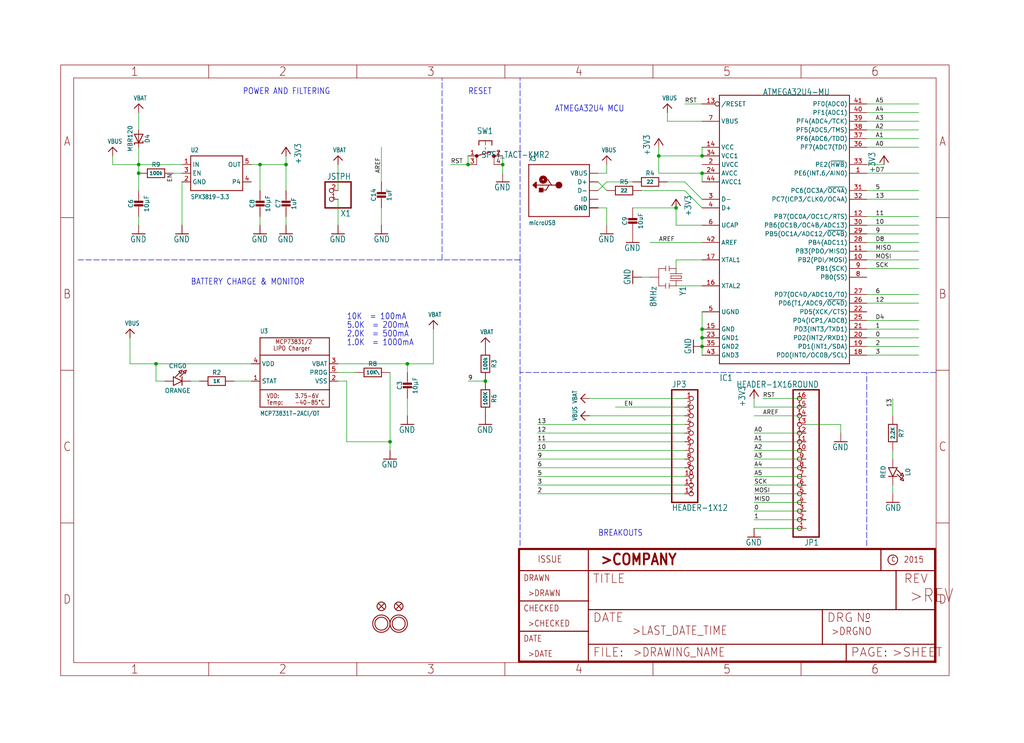
<source format=kicad_sch>
(kicad_sch (version 20211123) (generator eeschema)
  (paper "User" 300.076 217.881)
  (lib_symbols
    (symbol "eagleSchem-eagle-import:+3V3" (power)
      (property "Value" "+3V3" (at -2.54 -5.08 90))
      (symbol "+3V3_1_0"
        (pin power_in line (at 0 -2.54 90) (length 2.54) (name "+3V3") (number "1"))
      )
    )
    (symbol "eagleSchem-eagle-import:ATMEGA32U4-MU"
      (property "Reference" "IC" (at -17.78 -38.1 0))
      (property "Value" "ATMEGA32U4-MU" (at -5.08 45.72 0))
      (symbol "ATMEGA32U4-MU_1_0"
        (pin bidirectional line (at 25.4 22.86 180) (length 5.08) (name "PE6(INT.6/AIN0)") (number "1"))
        (pin bidirectional line (at 25.4 -2.54 180) (length 5.08) (name "PB2(PDI/MOSI)") (number "10"))
        (pin bidirectional line (at 25.4 0 180) (length 5.08) (name "PB3(PDO/MISO)") (number "11"))
        (pin bidirectional line (at 25.4 10.16 180) (length 5.08) (name "PB7(OC0A/OC1C/RTS)") (number "12"))
        (pin bidirectional inverted (at -22.86 43.18 0) (length 5.08) (name "/RESET") (number "13"))
        (pin bidirectional line (at -22.86 30.48 0) (length 5.08) (name "VCC") (number "14"))
        (pin bidirectional line (at -22.86 -22.86 0) (length 5.08) (name "GND") (number "15"))
        (pin bidirectional line (at -22.86 -10.16 0) (length 5.08) (name "XTAL2") (number "16"))
        (pin bidirectional line (at -22.86 -2.54 0) (length 5.08) (name "XTAL1") (number "17"))
        (pin bidirectional line (at 25.4 -30.48 180) (length 5.08) (name "PD0(INT0/OC0B/SCL)") (number "18"))
        (pin bidirectional line (at 25.4 -27.94 180) (length 5.08) (name "PD1(INT1/SDA)") (number "19"))
        (pin bidirectional line (at -22.86 25.4 0) (length 5.08) (name "UVCC") (number "2"))
        (pin bidirectional line (at 25.4 -25.4 180) (length 5.08) (name "PD2(INT2/RXD1)") (number "20"))
        (pin bidirectional line (at 25.4 -22.86 180) (length 5.08) (name "PD3(INT3/TXD1)") (number "21"))
        (pin bidirectional line (at 25.4 -17.78 180) (length 5.08) (name "PD5(XCK/CTS)") (number "22"))
        (pin bidirectional line (at -22.86 -25.4 0) (length 5.08) (name "GND1") (number "23"))
        (pin bidirectional line (at -22.86 22.86 0) (length 5.08) (name "AVCC") (number "24"))
        (pin bidirectional line (at 25.4 -20.32 180) (length 5.08) (name "PD4(ICP1/ADC8)") (number "25"))
        (pin bidirectional line (at 25.4 -15.24 180) (length 5.08) (name "PD6(T1/ADC9/~{OC4D})") (number "26"))
        (pin bidirectional line (at 25.4 -12.7 180) (length 5.08) (name "PD7(OC4D/ADC10/T0)") (number "27"))
        (pin bidirectional line (at 25.4 2.54 180) (length 5.08) (name "PB4(ADC11)") (number "28"))
        (pin bidirectional line (at 25.4 5.08 180) (length 5.08) (name "PB5(OC1A/ADC12/~{OC4B})") (number "29"))
        (pin bidirectional line (at -22.86 15.24 0) (length 5.08) (name "D-") (number "3"))
        (pin bidirectional line (at 25.4 7.62 180) (length 5.08) (name "PB6(OC1B/OC4B/ADC13)") (number "30"))
        (pin bidirectional line (at 25.4 17.78 180) (length 5.08) (name "PC6(OC3A/~{OC4A})") (number "31"))
        (pin bidirectional line (at 25.4 15.24 180) (length 5.08) (name "PC7(ICP3/CLK0/OC4A)") (number "32"))
        (pin bidirectional line (at 25.4 25.4 180) (length 5.08) (name "PE2(~{HWB})") (number "33"))
        (pin bidirectional line (at -22.86 27.94 0) (length 5.08) (name "VCC1") (number "34"))
        (pin bidirectional line (at -22.86 -27.94 0) (length 5.08) (name "GND2") (number "35"))
        (pin bidirectional line (at 25.4 30.48 180) (length 5.08) (name "PF7(ADC7(TDI)") (number "36"))
        (pin bidirectional line (at 25.4 33.02 180) (length 5.08) (name "PF6(ADC6/TDO)") (number "37"))
        (pin bidirectional line (at 25.4 35.56 180) (length 5.08) (name "PF5(ADC5/TMS)") (number "38"))
        (pin bidirectional line (at 25.4 38.1 180) (length 5.08) (name "PF4(ADC4/TCK)") (number "39"))
        (pin bidirectional line (at -22.86 12.7 0) (length 5.08) (name "D+") (number "4"))
        (pin bidirectional line (at 25.4 40.64 180) (length 5.08) (name "PF1(ADC1)") (number "40"))
        (pin bidirectional line (at 25.4 43.18 180) (length 5.08) (name "PF0(ADC0)") (number "41"))
        (pin bidirectional line (at -22.86 2.54 0) (length 5.08) (name "AREF") (number "42"))
        (pin bidirectional line (at -22.86 -30.48 0) (length 5.08) (name "GND3") (number "43"))
        (pin bidirectional line (at -22.86 20.32 0) (length 5.08) (name "AVCC1") (number "44"))
        (pin bidirectional line (at -22.86 -17.78 0) (length 5.08) (name "UGND") (number "5"))
        (pin bidirectional line (at -22.86 7.62 0) (length 5.08) (name "UCAP") (number "6"))
        (pin bidirectional line (at -22.86 38.1 0) (length 5.08) (name "VBUS") (number "7"))
        (pin bidirectional line (at 25.4 -7.62 180) (length 5.08) (name "PB0(SS)") (number "8"))
        (pin bidirectional line (at 25.4 -5.08 180) (length 5.08) (name "PB1(SCK)") (number "9"))
      )
    )
    (symbol "eagleSchem-eagle-import:CAP_CERAMIC0603_NO"
      (property "Reference" "C" (at -2.29 1.25 90))
      (property "Value" "CAP_CERAMIC0603_NO" (at 2.3 1.25 90))
      (symbol "CAP_CERAMIC0603_NO_1_0"
        (pin passive line (at 0 5.08 270) (length 2.54) (name "1") (number "1"))
        (pin passive line (at 0 -2.54 90) (length 2.54) (name "2") (number "2"))
      )
    )
    (symbol "eagleSchem-eagle-import:CAP_CERAMIC0805-NOOUTLINE"
      (property "Reference" "C" (at -2.29 1.25 90))
      (property "Value" "CAP_CERAMIC0805-NOOUTLINE" (at 2.3 1.25 90))
      (symbol "CAP_CERAMIC0805-NOOUTLINE_1_0"
        (pin passive line (at 0 5.08 270) (length 2.54) (name "1") (number "1"))
        (pin passive line (at 0 -2.54 90) (length 2.54) (name "2") (number "2"))
      )
    )
    (symbol "eagleSchem-eagle-import:CON_JST_PH_2PIN"
      (property "Reference" "X" (at -6.35 5.715 0))
      (property "Value" "CON_JST_PH_2PIN" (at -6.35 -5.08 0))
      (symbol "CON_JST_PH_2PIN_1_0"
        (pin passive inverted (at -2.54 2.54 0) (length 2.54) (name "1") (number "1"))
        (pin passive inverted (at -2.54 0 0) (length 2.54) (name "2") (number "2"))
      )
    )
    (symbol "eagleSchem-eagle-import:DIODE-SCHOTTKYSOD-123"
      (property "Reference" "D" (at 0 2.54 0))
      (property "Value" "DIODE-SCHOTTKYSOD-123" (at 0 -2.5 0))
      (symbol "DIODE-SCHOTTKYSOD-123_1_0"
        (pin passive line (at -2.54 0 0) (length 2.54) (name "A") (number "A"))
        (pin passive line (at 2.54 0 180) (length 2.54) (name "C") (number "C"))
      )
    )
    (symbol "eagleSchem-eagle-import:FIDUCIAL{dblquote}{dblquote}")
    (symbol "eagleSchem-eagle-import:FRAME_A4"
      (symbol "FRAME_A4_1_0"
        (text "1" (at 21.6958 1.905 0) (effects (font (size 2.54 2.286))))
        (text "1" (at 21.6958 177.165 0) (effects (font (size 2.54 2.286))))
        (text "2" (at 65.0875 1.905 0) (effects (font (size 2.54 2.286))))
        (text "2" (at 65.0875 177.165 0) (effects (font (size 2.54 2.286))))
        (text "3" (at 108.4792 1.905 0) (effects (font (size 2.54 2.286))))
        (text "3" (at 108.4792 177.165 0) (effects (font (size 2.54 2.286))))
        (text "4" (at 151.8708 1.905 0) (effects (font (size 2.54 2.286))))
        (text "4" (at 151.8708 177.165 0) (effects (font (size 2.54 2.286))))
        (text "5" (at 195.2625 1.905 0) (effects (font (size 2.54 2.286))))
        (text "5" (at 195.2625 177.165 0) (effects (font (size 2.54 2.286))))
        (text "6" (at 238.6542 1.905 0) (effects (font (size 2.54 2.286))))
        (text "6" (at 238.6542 177.165 0) (effects (font (size 2.54 2.286))))
        (text "A" (at 1.905 156.6863 0) (effects (font (size 2.54 2.286))))
        (text "A" (at 258.445 156.6863 0) (effects (font (size 2.54 2.286))))
        (text "B" (at 1.905 111.9188 0) (effects (font (size 2.54 2.286))))
        (text "B" (at 258.445 111.9188 0) (effects (font (size 2.54 2.286))))
        (text "C" (at 1.905 67.1513 0) (effects (font (size 2.54 2.286))))
        (text "C" (at 258.445 67.1513 0) (effects (font (size 2.54 2.286))))
        (text "D" (at 1.905 22.3838 0) (effects (font (size 2.54 2.286))))
        (text "D" (at 258.445 22.3838 0) (effects (font (size 2.54 2.286))))
      )
      (symbol "FRAME_A4_2_0"
        (text "2015" (at 112.4077 30.4673 0) (effects (font (size 1.778 1.5113)) (justify left bottom)))
        (text ">CHECKED" (at 2.2352 11.7348 0) (effects (font (size 1.778 1.5113)) (justify left bottom)))
        (text ">COMPANY" (at 23.349 29.6735 0) (effects (font (size 3.175 2.6987) (thickness 0.5397) bold) (justify left bottom)))
        (text ">DATE" (at 2.2352 2.8448 0) (effects (font (size 1.778 1.5113)) (justify left bottom)))
        (text ">DRAWING_NAME" (at 33.0327 2.8448 0) (effects (font (size 2.54 2.159)) (justify left bottom)))
        (text ">DRAWN" (at 2.2352 20.6248 0) (effects (font (size 1.778 1.5113)) (justify left bottom)))
        (text ">DRGNO" (at 91.1352 9.1948 0) (effects (font (size 2.1844 1.8567)) (justify left bottom)))
        (text ">LAST_DATE_TIME" (at 32.7152 9.1948 0) (effects (font (size 2.54 2.159)) (justify left bottom)))
        (text ">REV" (at 113.9952 18.7198 0) (effects (font (size 3.81 3.2385)) (justify left bottom)))
        (text ">SHEET" (at 108.9152 2.8448 0) (effects (font (size 2.54 2.54)) (justify left bottom)))
        (text "C" (at 108.7564 30.7848 0) (effects (font (size 1.27 1.0795)) (justify left bottom)))
        (text "CHECKED" (at 0.9652 16.1798 0) (effects (font (size 1.778 1.5113)) (justify left bottom)))
        (text "DATE" (at 0.9652 7.2898 0) (effects (font (size 1.778 1.5113)) (justify left bottom)))
        (text "DATE" (at 21.2852 13.0048 0) (effects (font (size 2.54 2.54)) (justify left bottom)))
        (text "DRAWN" (at 0.9652 25.0698 0) (effects (font (size 1.778 1.5113)) (justify left bottom)))
        (text "DRG" (at 89.8652 13.0048 0) (effects (font (size 2.54 2.54)) (justify left bottom)))
        (text "FILE:" (at 21.2852 2.8448 0) (effects (font (size 2.54 2.54)) (justify left bottom)))
        (text "ISSUE" (at 5.0927 30.4673 0) (effects (font (size 1.9304 1.6408)) (justify left bottom)))
        (text "N" (at 98.4377 13.0048 0) (effects (font (size 2.54 2.54)) (justify left bottom)))
        (text "o" (at 100.9777 13.9573 0) (effects (font (size 2.1844 1.8567)) (justify left bottom)))
        (text "PAGE:" (at 96.8502 2.8448 0) (effects (font (size 2.54 2.54)) (justify left bottom)))
        (text "REV" (at 112.4077 24.4348 0) (effects (font (size 2.54 2.54)) (justify left bottom)))
        (text "TITLE" (at 21.2852 24.4348 0) (effects (font (size 2.54 2.54)) (justify left bottom)))
      )
    )
    (symbol "eagleSchem-eagle-import:GND" (power)
      (property "Value" "GND" (at -2.54 -2.54 0))
      (symbol "GND_1_0"
        (pin power_in line (at 0 2.54 270) (length 2.54) (name "GND") (number "1"))
      )
    )
    (symbol "eagleSchem-eagle-import:HEADER-1X12"
      (property "Reference" "JP" (at -6.35 18.415 0))
      (property "Value" "HEADER-1X12" (at -6.35 -17.78 0))
      (symbol "HEADER-1X12_1_0"
        (pin passive inverted (at -2.54 15.24 0) (length 2.54) (name "1") (number "1"))
        (pin passive inverted (at -2.54 -7.62 0) (length 2.54) (name "10") (number "10"))
        (pin passive inverted (at -2.54 -10.16 0) (length 2.54) (name "11") (number "11"))
        (pin passive inverted (at -2.54 -12.7 0) (length 2.54) (name "12") (number "12"))
        (pin passive inverted (at -2.54 12.7 0) (length 2.54) (name "2") (number "2"))
        (pin passive inverted (at -2.54 10.16 0) (length 2.54) (name "3") (number "3"))
        (pin passive inverted (at -2.54 7.62 0) (length 2.54) (name "4") (number "4"))
        (pin passive inverted (at -2.54 5.08 0) (length 2.54) (name "5") (number "5"))
        (pin passive inverted (at -2.54 2.54 0) (length 2.54) (name "6") (number "6"))
        (pin passive inverted (at -2.54 0 0) (length 2.54) (name "7") (number "7"))
        (pin passive inverted (at -2.54 -2.54 0) (length 2.54) (name "8") (number "8"))
        (pin passive inverted (at -2.54 -5.08 0) (length 2.54) (name "9") (number "9"))
      )
    )
    (symbol "eagleSchem-eagle-import:HEADER-1X16ROUND"
      (property "Reference" "JP" (at -6.35 20.955 0))
      (property "Value" "HEADER-1X16ROUND" (at -6.35 -25.4 0))
      (symbol "HEADER-1X16ROUND_1_0"
        (pin passive inverted (at -2.54 17.78 0) (length 2.54) (name "1") (number "1"))
        (pin passive inverted (at -2.54 -5.08 0) (length 2.54) (name "10") (number "10"))
        (pin passive inverted (at -2.54 -7.62 0) (length 2.54) (name "11") (number "11"))
        (pin passive inverted (at -2.54 -10.16 0) (length 2.54) (name "12") (number "12"))
        (pin passive inverted (at -2.54 -12.7 0) (length 2.54) (name "13") (number "13"))
        (pin passive inverted (at -2.54 -15.24 0) (length 2.54) (name "14") (number "14"))
        (pin passive inverted (at -2.54 -17.78 0) (length 2.54) (name "15") (number "15"))
        (pin passive inverted (at -2.54 -20.32 0) (length 2.54) (name "16") (number "16"))
        (pin passive inverted (at -2.54 15.24 0) (length 2.54) (name "2") (number "2"))
        (pin passive inverted (at -2.54 12.7 0) (length 2.54) (name "3") (number "3"))
        (pin passive inverted (at -2.54 10.16 0) (length 2.54) (name "4") (number "4"))
        (pin passive inverted (at -2.54 7.62 0) (length 2.54) (name "5") (number "5"))
        (pin passive inverted (at -2.54 5.08 0) (length 2.54) (name "6") (number "6"))
        (pin passive inverted (at -2.54 2.54 0) (length 2.54) (name "7") (number "7"))
        (pin passive inverted (at -2.54 0 0) (length 2.54) (name "8") (number "8"))
        (pin passive inverted (at -2.54 -2.54 0) (length 2.54) (name "9") (number "9"))
      )
    )
    (symbol "eagleSchem-eagle-import:LED0805_NOOUTLINE"
      (property "Reference" "D" (at -1.27 4.445 0))
      (property "Value" "LED0805_NOOUTLINE" (at -1.27 -2.794 0))
      (symbol "LED0805_NOOUTLINE_1_0"
        (pin passive line (at -5.08 0 0) (length 2.54) (name "A") (number "A"))
        (pin passive line (at 2.54 0 180) (length 2.54) (name "C") (number "C"))
      )
    )
    (symbol "eagleSchem-eagle-import:MCP73831{slash}2"
      (property "Reference" "U" (at -10.16 11.43 0))
      (property "Value" "MCP73831{slash}2" (at -10.16 -12.7 0))
      (symbol "MCP73831{slash}2_1_0"
        (text "-40-85°C" (at 0 -9.525 0) (effects (font (size 1.27 1.0795)) (justify left bottom)))
        (text "3.75-6V" (at 0 -7.62 0) (effects (font (size 1.27 1.0795)) (justify left bottom)))
        (text "LIPO Charger" (at -6.35 6.35 0) (effects (font (size 1.27 1.0795)) (justify left bottom)))
        (text "MCP73831/2" (at -5.715 8.255 0) (effects (font (size 1.27 1.0795)) (justify left bottom)))
        (text "Temp:" (at -8.255 -9.525 0) (effects (font (size 1.27 1.0795)) (justify left bottom)))
        (text "VDD:" (at -8.255 -7.62 0) (effects (font (size 1.27 1.0795)) (justify left bottom)))
        (pin output line (at -12.7 -2.54 0) (length 2.54) (name "STAT") (number "1"))
        (pin power_in line (at 12.7 -2.54 180) (length 2.54) (name "VSS") (number "2"))
        (pin power_in line (at 12.7 2.54 180) (length 2.54) (name "VBAT") (number "3"))
        (pin power_in line (at -12.7 2.54 0) (length 2.54) (name "VDD") (number "4"))
        (pin input line (at 12.7 0 180) (length 2.54) (name "PROG") (number "5"))
      )
    )
    (symbol "eagleSchem-eagle-import:MOUNTINGHOLE2.5")
    (symbol "eagleSchem-eagle-import:RESISTOR_0603MP"
      (property "Reference" "R" (at 0 2.54 0))
      (property "Value" "RESISTOR_0603MP" (at 0 0 0))
      (symbol "RESISTOR_0603MP_1_0"
        (pin passive line (at -5.08 0 0) (length 2.54) (name "1") (number "1"))
        (pin passive line (at 5.08 0 180) (length 2.54) (name "2") (number "2"))
      )
    )
    (symbol "eagleSchem-eagle-import:RESISTOR_0603_NOOUT"
      (property "Reference" "R" (at 0 2.54 0))
      (property "Value" "RESISTOR_0603_NOOUT" (at 0 0 0))
      (symbol "RESISTOR_0603_NOOUT_1_0"
        (pin passive line (at -5.08 0 0) (length 2.54) (name "1") (number "1"))
        (pin passive line (at 5.08 0 180) (length 2.54) (name "2") (number "2"))
      )
    )
    (symbol "eagleSchem-eagle-import:RESONATORSMD"
      (property "Reference" "Y" (at 2.54 1.016 0))
      (property "Value" "RESONATORSMD" (at 2.54 -7.62 0))
      (symbol "RESONATORSMD_1_0"
        (pin passive line (at -2.54 0 0) (length 0) (name "1") (number "1"))
        (pin passive line (at 0 -7.62 90) (length 0) (name "2") (number "2"))
        (pin passive line (at 2.54 0 180) (length 0) (name "3") (number "3"))
      )
    )
    (symbol "eagleSchem-eagle-import:SPST_TACT-KMR2"
      (property "Reference" "SW" (at -6.35 -2.54 90))
      (property "Value" "SPST_TACT-KMR2" (at -3.81 3.175 90))
      (symbol "SPST_TACT-KMR2_1_0"
        (pin passive line (at 0 -5.08 90) (length 2.54) (name "P") (number "1"))
        (pin passive line (at 0 5.08 270) (length 2.54) (name "S") (number "2"))
        (pin passive line (at 2.54 -5.08 90) (length 2.54) (name "P1") (number "3"))
        (pin passive line (at 2.54 5.08 270) (length 2.54) (name "S1") (number "4"))
      )
    )
    (symbol "eagleSchem-eagle-import:USB_MICRO_20329_V2"
      (property "Reference" "X" (at -10.16 8.636 0))
      (property "Value" "USB_MICRO_20329_V2" (at -10.16 -10.16 0))
      (symbol "USB_MICRO_20329_V2_1_0"
        (pin power_in line (at 10.16 -5.08 180) (length 2.54) (name "GND") (number "BASE@1"))
        (pin power_in line (at 10.16 -5.08 180) (length 2.54) (name "GND") (number "BASE@2"))
        (pin bidirectional line (at 10.16 2.54 180) (length 2.54) (name "D+") (number "D+"))
        (pin bidirectional line (at 10.16 0 180) (length 2.54) (name "D-") (number "D-"))
        (pin power_in line (at 10.16 -5.08 180) (length 2.54) (name "GND") (number "GND"))
        (pin bidirectional line (at 10.16 -2.54 180) (length 2.54) (name "ID") (number "ID"))
        (pin power_in line (at 10.16 -5.08 180) (length 2.54) (name "GND") (number "SPRT@1"))
        (pin power_in line (at 10.16 -5.08 180) (length 2.54) (name "GND") (number "SPRT@2"))
        (pin power_in line (at 10.16 -5.08 180) (length 2.54) (name "GND") (number "SPRT@3"))
        (pin power_in line (at 10.16 -5.08 180) (length 2.54) (name "GND") (number "SPRT@4"))
        (pin power_in line (at 10.16 5.08 180) (length 2.54) (name "VBUS") (number "VBUS"))
      )
    )
    (symbol "eagleSchem-eagle-import:VBAT" (power)
      (property "Value" "VBAT" (at -1.524 1.016 0))
      (symbol "VBAT_1_0"
        (pin power_in line (at 0 -2.54 90) (length 2.54) (name "VBAT") (number "1"))
      )
    )
    (symbol "eagleSchem-eagle-import:VBUS" (power)
      (property "Value" "VBUS" (at -1.524 1.016 0))
      (symbol "VBUS_1_0"
        (pin power_in line (at 0 -2.54 90) (length 2.54) (name "VBUS") (number "1"))
      )
    )
    (symbol "eagleSchem-eagle-import:VREG_SOT23-5"
      (property "Reference" "U" (at -7.62 6.096 0))
      (property "Value" "VREG_SOT23-5" (at -7.62 -7.62 0))
      (symbol "VREG_SOT23-5_1_0"
        (pin power_in line (at -10.16 2.54 0) (length 2.54) (name "IN") (number "1"))
        (pin power_in line (at -10.16 -2.54 0) (length 2.54) (name "GND") (number "2"))
        (pin input line (at -10.16 0 0) (length 2.54) (name "EN") (number "3"))
        (pin bidirectional line (at 10.16 -2.54 180) (length 2.54) (name "P4") (number "4"))
        (pin power_in line (at 10.16 2.54 180) (length 2.54) (name "OUT") (number "5"))
      )
    )
  )
  (junction (at 205.74 99.06))
  (junction (at 83.82 48.26))
  (junction (at 40.64 50.8))
  (junction (at 205.74 96.52))
  (junction (at 198.12 60.96))
  (junction (at 205.74 101.6))
  (junction (at 40.64 48.26))
  (junction (at 147.32 48.26))
  (junction (at 205.74 50.8))
  (junction (at 114.3 129.54))
  (junction (at 137.16 48.26))
  (junction (at 45.72 106.68))
  (junction (at 76.2 48.26))
  (junction (at 193.04 45.72))
  (junction (at 142.24 111.76))
  (junction (at 119.38 106.68))
  (junction (at 205.74 45.72))
  (wire (pts (xy 99.06 48.26) (xy 99.06 55.88)))
  (wire (pts (xy 236.22 124.46) (xy 246.38 124.46)))
  (wire (pts (xy 101.6 111.76) (xy 101.6 129.54)))
  (wire (pts (xy 99.06 109.22) (xy 104.14 109.22)))
  (wire (pts (xy 254 63.5) (xy 269.24 63.5)))
  (wire (pts (xy 76.2 55.88) (xy 76.2 48.26)))
  (wire (pts (xy 45.72 106.68) (xy 73.66 106.68)))
  (wire (pts (xy 119.38 109.22) (xy 119.38 106.68)))
  (wire (pts (xy 200.66 134.62) (xy 157.48 134.62)))
  (wire (pts (xy 205.74 96.52) (xy 205.74 99.06)))
  (wire (pts (xy 261.62 132.08) (xy 261.62 134.62)))
  (polyline (pts (xy 152.4 109.22) (xy 152.4 76.2)))
  (wire (pts (xy 119.38 116.84) (xy 119.38 121.92)))
  (wire (pts (xy 40.64 38.1) (xy 40.64 33.02)))
  (wire (pts (xy 190.5 71.12) (xy 205.74 71.12)))
  (wire (pts (xy 254 50.8) (xy 269.24 50.8)))
  (wire (pts (xy 236.22 144.78) (xy 220.98 144.78)))
  (wire (pts (xy 157.48 132.08) (xy 200.66 132.08)))
  (wire (pts (xy 205.74 99.06) (xy 205.74 101.6)))
  (wire (pts (xy 175.26 50.8) (xy 177.8 50.8)))
  (wire (pts (xy 254 55.88) (xy 269.24 55.88)))
  (wire (pts (xy 200.66 55.88) (xy 205.74 60.96)))
  (polyline (pts (xy 22.86 76.2) (xy 129.54 76.2)))
  (wire (pts (xy 254 35.56) (xy 269.24 35.56)))
  (wire (pts (xy 193.04 45.72) (xy 205.74 45.72)))
  (wire (pts (xy 220.98 152.4) (xy 236.22 152.4)))
  (wire (pts (xy 38.1 106.68) (xy 45.72 106.68)))
  (wire (pts (xy 254 40.64) (xy 269.24 40.64)))
  (wire (pts (xy 111.76 53.34) (xy 111.76 43.18)))
  (wire (pts (xy 254 33.02) (xy 269.24 33.02)))
  (wire (pts (xy 142.24 111.76) (xy 137.16 111.76)))
  (wire (pts (xy 175.26 53.34) (xy 177.8 55.88)))
  (wire (pts (xy 205.74 66.04) (xy 198.12 66.04)))
  (wire (pts (xy 205.74 50.8) (xy 193.04 50.8)))
  (wire (pts (xy 200.66 129.54) (xy 157.48 129.54)))
  (wire (pts (xy 254 104.14) (xy 269.24 104.14)))
  (wire (pts (xy 177.8 53.34) (xy 185.42 53.34)))
  (wire (pts (xy 220.98 129.54) (xy 236.22 129.54)))
  (wire (pts (xy 254 76.2) (xy 269.24 76.2)))
  (wire (pts (xy 205.74 101.6) (xy 205.74 104.14)))
  (wire (pts (xy 200.66 121.92) (xy 172.72 121.92)))
  (wire (pts (xy 99.06 66.04) (xy 99.06 58.42)))
  (wire (pts (xy 177.8 60.96) (xy 177.8 66.04)))
  (wire (pts (xy 254 96.52) (xy 269.24 96.52)))
  (wire (pts (xy 254 78.74) (xy 269.24 78.74)))
  (wire (pts (xy 236.22 127) (xy 220.98 127)))
  (wire (pts (xy 76.2 63.5) (xy 76.2 66.04)))
  (wire (pts (xy 33.02 45.72) (xy 33.02 48.26)))
  (wire (pts (xy 236.22 137.16) (xy 220.98 137.16)))
  (polyline (pts (xy 152.4 160.02) (xy 152.4 109.22)))
  (wire (pts (xy 38.1 99.06) (xy 38.1 106.68)))
  (wire (pts (xy 205.74 35.56) (xy 195.58 35.56)))
  (wire (pts (xy 175.26 55.88) (xy 177.8 53.34)))
  (wire (pts (xy 205.74 53.34) (xy 205.74 50.8)))
  (wire (pts (xy 254 101.6) (xy 269.24 101.6)))
  (wire (pts (xy 200.66 124.46) (xy 157.48 124.46)))
  (wire (pts (xy 254 73.66) (xy 269.24 73.66)))
  (wire (pts (xy 254 86.36) (xy 269.24 86.36)))
  (wire (pts (xy 114.3 109.22) (xy 114.3 129.54)))
  (wire (pts (xy 254 48.26) (xy 259.08 48.26)))
  (wire (pts (xy 83.82 48.26) (xy 83.82 45.72)))
  (wire (pts (xy 200.66 139.7) (xy 157.48 139.7)))
  (wire (pts (xy 187.96 81.28) (xy 190.5 81.28)))
  (wire (pts (xy 114.3 129.54) (xy 114.3 132.08)))
  (wire (pts (xy 101.6 129.54) (xy 114.3 129.54)))
  (polyline (pts (xy 152.4 76.2) (xy 152.4 22.86)))
  (wire (pts (xy 198.12 66.04) (xy 198.12 60.96)))
  (wire (pts (xy 180.34 119.38) (xy 200.66 119.38)))
  (wire (pts (xy 172.72 116.84) (xy 200.66 116.84)))
  (wire (pts (xy 132.08 48.26) (xy 137.16 48.26)))
  (polyline (pts (xy 274.32 109.22) (xy 254 109.22)))
  (wire (pts (xy 269.24 99.06) (xy 254 99.06)))
  (wire (pts (xy 236.22 121.92) (xy 220.98 121.92)))
  (wire (pts (xy 99.06 111.76) (xy 101.6 111.76)))
  (wire (pts (xy 220.98 139.7) (xy 236.22 139.7)))
  (wire (pts (xy 261.62 121.92) (xy 261.62 116.84)))
  (wire (pts (xy 48.26 111.76) (xy 45.72 111.76)))
  (wire (pts (xy 220.98 134.62) (xy 236.22 134.62)))
  (wire (pts (xy 220.98 147.32) (xy 236.22 147.32)))
  (wire (pts (xy 205.74 91.44) (xy 205.74 96.52)))
  (wire (pts (xy 254 58.42) (xy 269.24 58.42)))
  (wire (pts (xy 200.66 53.34) (xy 205.74 58.42)))
  (wire (pts (xy 236.22 142.24) (xy 220.98 142.24)))
  (wire (pts (xy 246.38 124.46) (xy 246.38 127)))
  (wire (pts (xy 157.48 127) (xy 200.66 127)))
  (wire (pts (xy 119.38 106.68) (xy 127 106.68)))
  (wire (pts (xy 220.98 116.84) (xy 220.98 119.38)))
  (wire (pts (xy 187.96 55.88) (xy 200.66 55.88)))
  (wire (pts (xy 195.58 53.34) (xy 200.66 53.34)))
  (wire (pts (xy 193.04 50.8) (xy 193.04 45.72)))
  (wire (pts (xy 205.74 30.48) (xy 200.66 30.48)))
  (polyline (pts (xy 254 109.22) (xy 152.4 109.22)))
  (wire (pts (xy 83.82 63.5) (xy 83.82 66.04)))
  (wire (pts (xy 195.58 35.56) (xy 195.58 33.02)))
  (wire (pts (xy 157.48 137.16) (xy 200.66 137.16)))
  (wire (pts (xy 254 66.04) (xy 269.24 66.04)))
  (wire (pts (xy 200.66 142.24) (xy 157.48 142.24)))
  (wire (pts (xy 53.34 53.34) (xy 53.34 66.04)))
  (wire (pts (xy 254 68.58) (xy 269.24 68.58)))
  (wire (pts (xy 193.04 45.72) (xy 193.04 43.18)))
  (wire (pts (xy 55.88 111.76) (xy 58.42 111.76)))
  (polyline (pts (xy 152.4 76.2) (xy 129.54 76.2)))
  (wire (pts (xy 50.8 50.8) (xy 53.34 50.8)))
  (wire (pts (xy 119.38 106.68) (xy 99.06 106.68)))
  (wire (pts (xy 45.72 111.76) (xy 45.72 106.68)))
  (wire (pts (xy 198.12 76.2) (xy 205.74 76.2)))
  (wire (pts (xy 261.62 142.24) (xy 261.62 144.78)))
  (wire (pts (xy 40.64 43.18) (xy 40.64 48.26)))
  (wire (pts (xy 220.98 154.94) (xy 236.22 154.94)))
  (wire (pts (xy 137.16 48.26) (xy 137.16 45.72)))
  (wire (pts (xy 53.34 48.26) (xy 40.64 48.26)))
  (wire (pts (xy 68.58 111.76) (xy 73.66 111.76)))
  (wire (pts (xy 157.48 144.78) (xy 200.66 144.78)))
  (wire (pts (xy 254 93.98) (xy 269.24 93.98)))
  (polyline (pts (xy 254 160.02) (xy 254 109.22)))
  (wire (pts (xy 205.74 45.72) (xy 205.74 43.18)))
  (wire (pts (xy 177.8 50.8) (xy 177.8 48.26)))
  (wire (pts (xy 198.12 83.82) (xy 205.74 83.82)))
  (wire (pts (xy 175.26 60.96) (xy 177.8 60.96)))
  (polyline (pts (xy 129.54 76.2) (xy 129.54 22.86)))
  (wire (pts (xy 236.22 116.84) (xy 223.52 116.84)))
  (wire (pts (xy 254 88.9) (xy 269.24 88.9)))
  (wire (pts (xy 236.22 132.08) (xy 220.98 132.08)))
  (wire (pts (xy 254 71.12) (xy 269.24 71.12)))
  (wire (pts (xy 236.22 149.86) (xy 220.98 149.86)))
  (wire (pts (xy 198.12 76.2) (xy 198.12 78.74)))
  (wire (pts (xy 254 38.1) (xy 269.24 38.1)))
  (wire (pts (xy 147.32 50.8) (xy 147.32 48.26)))
  (wire (pts (xy 147.32 45.72) (xy 147.32 48.26)))
  (wire (pts (xy 198.12 60.96) (xy 185.42 60.96)))
  (wire (pts (xy 83.82 48.26) (xy 83.82 55.88)))
  (wire (pts (xy 40.64 50.8) (xy 40.64 55.88)))
  (wire (pts (xy 111.76 60.96) (xy 111.76 66.04)))
  (wire (pts (xy 40.64 63.5) (xy 40.64 66.04)))
  (wire (pts (xy 73.66 48.26) (xy 76.2 48.26)))
  (wire (pts (xy 220.98 119.38) (xy 236.22 119.38)))
  (wire (pts (xy 33.02 48.26) (xy 40.64 48.26)))
  (wire (pts (xy 254 30.48) (xy 269.24 30.48)))
  (wire (pts (xy 76.2 48.26) (xy 83.82 48.26)))
  (wire (pts (xy 254 43.18) (xy 269.24 43.18)))
  (wire (pts (xy 127 96.52) (xy 127 106.68)))
  (wire (pts (xy 40.64 48.26) (xy 40.64 50.8)))
  (text "1.0K  = 1000mA" (at 101.6 101.6 180) (effects (font (size 1.778 1.5113)) (justify left bottom)))
  (text "BREAKOUTS" (at 175.26 157.48 180) (effects (font (size 1.778 1.5113)) (justify left bottom)))
  (text "ATMEGA32U4 MCU" (at 162.56 33.02 180) (effects (font (size 1.778 1.5113)) (justify left bottom)))
  (text "5.0K  = 200mA" (at 101.6 96.52 180) (effects (font (size 1.778 1.5113)) (justify left bottom)))
  (text "2.0K  = 500mA" (at 101.6 99.06 180) (effects (font (size 1.778 1.5113)) (justify left bottom)))
  (text "POWER AND FILTERING" (at 71.12 27.94 180) (effects (font (size 1.778 1.5113)) (justify left bottom)))
  (text "BATTERY CHARGE & MONITOR" (at 55.88 83.82 180) (effects (font (size 1.778 1.5113)) (justify left bottom)))
  (text "10K  = 100mA" (at 101.6 93.98 180) (effects (font (size 1.778 1.5113)) (justify left bottom)))
  (text "RESET" (at 137.16 27.94 180) (effects (font (size 1.778 1.5113)) (justify left bottom)))
  (label "5" (at 157.48 139.7 0) (effects (font (size 1.2446 1.2446))))
  (label "SCK" (at 256.54 78.74 0) (effects (font (size 1.2446 1.2446))))
  (label "RST" (at 223.52 116.84 0) (effects (font (size 1.2446 1.2446))))
  (label "1" (at 256.54 96.52 0) (effects (font (size 1.2446 1.2446))))
  (label "6" (at 256.54 86.36 0) (effects (font (size 1.2446 1.2446))))
  (label "RST" (at 200.66 30.48 0) (effects (font (size 1.2446 1.2446))))
  (label "MOSI" (at 256.54 76.2 0) (effects (font (size 1.2446 1.2446))))
  (label "9" (at 256.54 68.58 0) (effects (font (size 1.2446 1.2446))))
  (label "D8" (at 256.54 71.12 0) (effects (font (size 1.2446 1.2446))))
  (label "5" (at 256.54 55.88 0) (effects (font (size 1.2446 1.2446))))
  (label "6" (at 157.48 137.16 0) (effects (font (size 1.2446 1.2446))))
  (label "12" (at 157.48 127 0) (effects (font (size 1.2446 1.2446))))
  (label "A5" (at 256.54 30.48 0) (effects (font (size 1.2446 1.2446))))
  (label "RST" (at 132.08 48.26 0) (effects (font (size 1.2446 1.2446))))
  (label "A2" (at 220.98 132.08 0) (effects (font (size 1.2446 1.2446))))
  (label "SCK" (at 220.98 142.24 0) (effects (font (size 1.2446 1.2446))))
  (label "AREF" (at 193.04 71.12 0) (effects (font (size 1.2446 1.2446))))
  (label "0" (at 256.54 99.06 0) (effects (font (size 1.2446 1.2446))))
  (label "EN" (at 182.88 119.38 0) (effects (font (size 1.2446 1.2446))))
  (label "11" (at 256.54 63.5 0) (effects (font (size 1.2446 1.2446))))
  (label "AREF" (at 223.52 121.92 0) (effects (font (size 1.2446 1.2446))))
  (label "2" (at 256.54 101.6 0) (effects (font (size 1.2446 1.2446))))
  (label "A0" (at 220.98 127 0) (effects (font (size 1.2446 1.2446))))
  (label "13" (at 157.48 124.46 0) (effects (font (size 1.2446 1.2446))))
  (label "A1" (at 220.98 129.54 0) (effects (font (size 1.2446 1.2446))))
  (label "3" (at 157.48 142.24 0) (effects (font (size 1.2446 1.2446))))
  (label "A3" (at 220.98 134.62 0) (effects (font (size 1.2446 1.2446))))
  (label "EN" (at 50.8 50.8 270) (effects (font (size 1.2446 1.2446))))
  (label "2" (at 157.48 144.78 0) (effects (font (size 1.2446 1.2446))))
  (label "1" (at 220.98 152.4 0) (effects (font (size 1.2446 1.2446))))
  (label "10" (at 256.54 66.04 0) (effects (font (size 1.2446 1.2446))))
  (label "A3" (at 256.54 35.56 0) (effects (font (size 1.2446 1.2446))))
  (label "A0" (at 256.54 43.18 0) (effects (font (size 1.2446 1.2446))))
  (label "11" (at 157.48 129.54 0) (effects (font (size 1.2446 1.2446))))
  (label "AREF" (at 111.76 50.8 90) (effects (font (size 1.2446 1.2446))))
  (label "A4" (at 256.54 33.02 0) (effects (font (size 1.2446 1.2446))))
  (label "MOSI" (at 220.98 144.78 0) (effects (font (size 1.2446 1.2446))))
  (label "A2" (at 256.54 38.1 0) (effects (font (size 1.2446 1.2446))))
  (label "13" (at 261.62 116.84 270) (effects (font (size 1.2446 1.2446))))
  (label "A4" (at 220.98 137.16 0) (effects (font (size 1.2446 1.2446))))
  (label "MISO" (at 256.54 73.66 0) (effects (font (size 1.2446 1.2446))))
  (label "12" (at 256.54 88.9 0) (effects (font (size 1.2446 1.2446))))
  (label "D7" (at 256.54 50.8 0) (effects (font (size 1.2446 1.2446))))
  (label "9" (at 137.16 111.76 0) (effects (font (size 1.2446 1.2446))))
  (label "MISO" (at 220.98 147.32 0) (effects (font (size 1.2446 1.2446))))
  (label "3" (at 256.54 104.14 0) (effects (font (size 1.2446 1.2446))))
  (label "9" (at 157.48 134.62 0) (effects (font (size 1.2446 1.2446))))
  (label "A1" (at 256.54 40.64 0) (effects (font (size 1.2446 1.2446))))
  (label "D4" (at 256.54 93.98 0) (effects (font (size 1.2446 1.2446))))
  (label "10" (at 157.48 132.08 0) (effects (font (size 1.2446 1.2446))))
  (label "13" (at 256.54 58.42 0) (effects (font (size 1.2446 1.2446))))
  (label "A5" (at 220.98 139.7 0) (effects (font (size 1.2446 1.2446))))
  (label "0" (at 220.98 149.86 0) (effects (font (size 1.2446 1.2446))))
  (symbol (lib_id "eagleSchem-eagle-import:VREG_SOT23-5") (at 63.5 50.8 0) (unit 1)
    (property "Reference" "U2" (at 55.88 44.704 0) (effects (font (size 1.27 1.0795)) (justify left bottom)))
    (property "Value" "SPX3819-3.3" (at 55.88 58.42 0) (effects (font (size 1.27 1.0795)) (justify left bottom)))
    (property "Footprint" "eagleSchem:SOT23-5" (effects hide))
  )
  (symbol (lib_id "eagleSchem-eagle-import:MOUNTINGHOLE2.5") (at 116.84 182.88 0) (unit 1)
    (property "Reference" "U$32" (effects hide))
    (property "Value" "MOUNTINGHOLE2.5" (effects hide))
    (property "Footprint" "eagleSchem:MOUNTINGHOLE_2.5_PLATED" (effects hide))
  )
  (symbol (lib_id "eagleSchem-eagle-import:CAP_CERAMIC0603_NO") (at 111.76 58.42 0) (unit 1)
    (property "Reference" "C14" (at 109.47 57.17 90))
    (property "Value" "1uF" (at 114.06 57.17 90))
    (property "Footprint" "eagleSchem:0603-NO" (effects hide))
  )
  (symbol (lib_id "eagleSchem-eagle-import:GND") (at 185.42 81.28 270) (unit 1)
    (property "Reference" "#GND6" (effects hide))
    (property "Value" "GND" (at 182.88 78.74 0) (effects (font (size 1.778 1.5113)) (justify left bottom)))
    (property "Footprint" "eagleSchem:" (effects hide))
  )
  (symbol (lib_id "eagleSchem-eagle-import:GND") (at 83.82 68.58 0) (unit 1)
    (property "Reference" "#U$28" (effects hide))
    (property "Value" "GND" (at 81.28 71.12 0) (effects (font (size 1.778 1.5113)) (justify left bottom)))
    (property "Footprint" "eagleSchem:" (effects hide))
  )
  (symbol (lib_id "eagleSchem-eagle-import:RESISTOR_0603_NOOUT") (at 182.88 55.88 0) (unit 1)
    (property "Reference" "R5" (at 182.88 53.34 0))
    (property "Value" "22" (at 182.88 55.88 0) (effects (font (size 1.016 1.016) bold)))
    (property "Footprint" "eagleSchem:0603-NO" (effects hide))
  )
  (symbol (lib_id "eagleSchem-eagle-import:VBUS") (at 195.58 30.48 0) (unit 1)
    (property "Reference" "#U$8" (effects hide))
    (property "Value" "VBUS" (at 194.056 29.464 0) (effects (font (size 1.27 1.0795)) (justify left bottom)))
    (property "Footprint" "eagleSchem:" (effects hide))
  )
  (symbol (lib_id "eagleSchem-eagle-import:VBUS") (at 170.18 121.92 90) (unit 1)
    (property "Reference" "#U$19" (effects hide))
    (property "Value" "VBUS" (at 169.164 123.444 0) (effects (font (size 1.27 1.0795)) (justify left bottom)))
    (property "Footprint" "eagleSchem:" (effects hide))
  )
  (symbol (lib_id "eagleSchem-eagle-import:HEADER-1X12") (at 203.2 132.08 0) (unit 1)
    (property "Reference" "JP3" (at 196.85 113.665 0) (effects (font (size 1.778 1.5113)) (justify left bottom)))
    (property "Value" "HEADER-1X12" (at 196.85 149.86 0) (effects (font (size 1.778 1.5113)) (justify left bottom)))
    (property "Footprint" "eagleSchem:1X12_ROUND" (effects hide))
  )
  (symbol (lib_id "eagleSchem-eagle-import:GND") (at 147.32 53.34 0) (unit 1)
    (property "Reference" "#GND7" (effects hide))
    (property "Value" "GND" (at 144.78 55.88 0) (effects (font (size 1.778 1.5113)) (justify left bottom)))
    (property "Footprint" "eagleSchem:" (effects hide))
  )
  (symbol (lib_id "eagleSchem-eagle-import:LED0805_NOOUTLINE") (at 261.62 139.7 270) (unit 1)
    (property "Reference" "L0" (at 266.065 138.43 0))
    (property "Value" "RED" (at 258.826 138.43 0))
    (property "Footprint" "eagleSchem:CHIPLED_0805_NOOUTLINE" (effects hide))
  )
  (symbol (lib_id "eagleSchem-eagle-import:MCP73831{slash}2") (at 86.36 109.22 0) (unit 1)
    (property "Reference" "U3" (at 76.2 97.79 0) (effects (font (size 1.27 1.0795)) (justify left bottom)))
    (property "Value" "MCP73831T-2ACI/OT" (at 76.2 121.92 0) (effects (font (size 1.27 1.0795)) (justify left bottom)))
    (property "Footprint" "eagleSchem:SOT23-5" (effects hide))
  )
  (symbol (lib_id "eagleSchem-eagle-import:VBUS") (at 177.8 45.72 0) (unit 1)
    (property "Reference" "#U$1" (effects hide))
    (property "Value" "VBUS" (at 176.276 44.704 0) (effects (font (size 1.27 1.0795)) (justify left bottom)))
    (property "Footprint" "eagleSchem:" (effects hide))
  )
  (symbol (lib_id "eagleSchem-eagle-import:GND") (at 99.06 68.58 0) (unit 1)
    (property "Reference" "#U$22" (effects hide))
    (property "Value" "GND" (at 96.52 71.12 0) (effects (font (size 1.778 1.5113)) (justify left bottom)))
    (property "Footprint" "eagleSchem:" (effects hide))
  )
  (symbol (lib_id "eagleSchem-eagle-import:HEADER-1X16ROUND") (at 233.68 137.16 180) (unit 1)
    (property "Reference" "JP1" (at 240.03 158.115 0) (effects (font (size 1.778 1.5113)) (justify left bottom)))
    (property "Value" "HEADER-1X16ROUND" (at 240.03 111.76 0) (effects (font (size 1.778 1.5113)) (justify left bottom)))
    (property "Footprint" "eagleSchem:1X16_ROUND" (effects hide))
  )
  (symbol (lib_id "eagleSchem-eagle-import:CAP_CERAMIC0805-NOOUTLINE") (at 76.2 60.96 0) (unit 1)
    (property "Reference" "C8" (at 73.91 59.71 90))
    (property "Value" "10µF" (at 78.5 59.71 90))
    (property "Footprint" "eagleSchem:0805-NO" (effects hide))
  )
  (symbol (lib_id "eagleSchem-eagle-import:VBUS") (at 33.02 43.18 0) (unit 1)
    (property "Reference" "#U$3" (effects hide))
    (property "Value" "VBUS" (at 31.496 42.164 0) (effects (font (size 1.27 1.0795)) (justify left bottom)))
    (property "Footprint" "eagleSchem:" (effects hide))
  )
  (symbol (lib_id "eagleSchem-eagle-import:GND") (at 119.38 124.46 0) (unit 1)
    (property "Reference" "#U$33" (effects hide))
    (property "Value" "GND" (at 116.84 127 0) (effects (font (size 1.778 1.5113)) (justify left bottom)))
    (property "Footprint" "eagleSchem:" (effects hide))
  )
  (symbol (lib_id "eagleSchem-eagle-import:VBAT") (at 40.64 30.48 0) (unit 1)
    (property "Reference" "#U$21" (effects hide))
    (property "Value" "VBAT" (at 39.116 29.464 0) (effects (font (size 1.27 1.0795)) (justify left bottom)))
    (property "Footprint" "eagleSchem:" (effects hide))
  )
  (symbol (lib_id "eagleSchem-eagle-import:RESISTOR_0603_NOOUT") (at 109.22 109.22 0) (unit 1)
    (property "Reference" "R8" (at 109.22 106.68 0))
    (property "Value" "10K\\" (at 109.22 109.22 0) (effects (font (size 1.016 1.016) bold)))
    (property "Footprint" "eagleSchem:0603-NO" (effects hide))
  )
  (symbol (lib_id "eagleSchem-eagle-import:GND") (at 185.42 71.12 0) (unit 1)
    (property "Reference" "#GND3" (effects hide))
    (property "Value" "GND" (at 182.88 73.66 0) (effects (font (size 1.778 1.5113)) (justify left bottom)))
    (property "Footprint" "eagleSchem:" (effects hide))
  )
  (symbol (lib_id "eagleSchem-eagle-import:LED0805_NOOUTLINE") (at 53.34 111.76 0) (unit 1)
    (property "Reference" "CHG0" (at 52.07 107.315 0))
    (property "Value" "ORANGE" (at 52.07 114.554 0))
    (property "Footprint" "eagleSchem:CHIPLED_0805_NOOUTLINE" (effects hide))
  )
  (symbol (lib_id "eagleSchem-eagle-import:VBAT") (at 170.18 116.84 90) (unit 1)
    (property "Reference" "#U$20" (effects hide))
    (property "Value" "VBAT" (at 169.164 118.364 0) (effects (font (size 1.27 1.0795)) (justify left bottom)))
    (property "Footprint" "eagleSchem:" (effects hide))
  )
  (symbol (lib_id "eagleSchem-eagle-import:GND") (at 111.76 68.58 0) (mirror y) (unit 1)
    (property "Reference" "#GND12" (effects hide))
    (property "Value" "GND" (at 114.3 71.12 0) (effects (font (size 1.778 1.5113)) (justify left bottom)))
    (property "Footprint" "eagleSchem:" (effects hide))
  )
  (symbol (lib_id "eagleSchem-eagle-import:GND") (at 220.98 157.48 0) (unit 1)
    (property "Reference" "#GND11" (effects hide))
    (property "Value" "GND" (at 218.44 160.02 0) (effects (font (size 1.778 1.5113)) (justify left bottom)))
    (property "Footprint" "eagleSchem:" (effects hide))
  )
  (symbol (lib_id "eagleSchem-eagle-import:RESISTOR_0603MP") (at 142.24 116.84 270) (unit 1)
    (property "Reference" "R6" (at 144.78 116.84 0))
    (property "Value" "100K" (at 142.24 116.84 0) (effects (font (size 1.016 1.016) bold)))
    (property "Footprint" "eagleSchem:_0603MP" (effects hide))
  )
  (symbol (lib_id "eagleSchem-eagle-import:RESISTOR_0603_NOOUT") (at 190.5 53.34 0) (unit 1)
    (property "Reference" "R4" (at 190.5 50.8 0))
    (property "Value" "22" (at 190.5 53.34 0) (effects (font (size 1.016 1.016) bold)))
    (property "Footprint" "eagleSchem:0603-NO" (effects hide))
  )
  (symbol (lib_id "eagleSchem-eagle-import:GND") (at 53.34 68.58 0) (unit 1)
    (property "Reference" "#U$30" (effects hide))
    (property "Value" "GND" (at 50.8 71.12 0) (effects (font (size 1.778 1.5113)) (justify left bottom)))
    (property "Footprint" "eagleSchem:" (effects hide))
  )
  (symbol (lib_id "eagleSchem-eagle-import:CAP_CERAMIC0603_NO") (at 83.82 60.96 0) (unit 1)
    (property "Reference" "C7" (at 81.53 59.71 90))
    (property "Value" "1uF" (at 86.12 59.71 90))
    (property "Footprint" "eagleSchem:0603-NO" (effects hide))
  )
  (symbol (lib_id "eagleSchem-eagle-import:RESONATORSMD") (at 198.12 81.28 270) (unit 1)
    (property "Reference" "Y1" (at 199.136 83.82 0) (effects (font (size 1.778 1.5113)) (justify left bottom)))
    (property "Value" "8MHz" (at 190.5 83.82 0) (effects (font (size 1.778 1.5113)) (justify left bottom)))
    (property "Footprint" "eagleSchem:RESONATOR-SMD" (effects hide))
  )
  (symbol (lib_id "eagleSchem-eagle-import:GND") (at 203.2 101.6 270) (unit 1)
    (property "Reference" "#GND2" (effects hide))
    (property "Value" "GND" (at 200.66 99.06 0) (effects (font (size 1.778 1.5113)) (justify left bottom)))
    (property "Footprint" "eagleSchem:" (effects hide))
  )
  (symbol (lib_id "eagleSchem-eagle-import:VBUS") (at 38.1 96.52 0) (unit 1)
    (property "Reference" "#U$38" (effects hide))
    (property "Value" "VBUS" (at 36.576 95.504 0) (effects (font (size 1.27 1.0795)) (justify left bottom)))
    (property "Footprint" "eagleSchem:" (effects hide))
  )
  (symbol (lib_id "eagleSchem-eagle-import:GND") (at 76.2 68.58 0) (unit 1)
    (property "Reference" "#U$29" (effects hide))
    (property "Value" "GND" (at 73.66 71.12 0) (effects (font (size 1.778 1.5113)) (justify left bottom)))
    (property "Footprint" "eagleSchem:" (effects hide))
  )
  (symbol (lib_id "eagleSchem-eagle-import:MOUNTINGHOLE2.5") (at 111.76 182.88 0) (unit 1)
    (property "Reference" "U$31" (effects hide))
    (property "Value" "MOUNTINGHOLE2.5" (effects hide))
    (property "Footprint" "eagleSchem:MOUNTINGHOLE_2.5_PLATED" (effects hide))
  )
  (symbol (lib_id "eagleSchem-eagle-import:+3V3") (at 193.04 40.64 0) (unit 1)
    (property "Reference" "#+3V5" (effects hide))
    (property "Value" "+3V3" (at 190.5 45.72 90) (effects (font (size 1.778 1.5113)) (justify left bottom)))
    (property "Footprint" "eagleSchem:" (effects hide))
  )
  (symbol (lib_id "eagleSchem-eagle-import:CAP_CERAMIC0805-NOOUTLINE") (at 119.38 114.3 0) (unit 1)
    (property "Reference" "C3" (at 117.09 113.05 90))
    (property "Value" "10µF" (at 121.68 113.05 90))
    (property "Footprint" "eagleSchem:0805-NO" (effects hide))
  )
  (symbol (lib_id "eagleSchem-eagle-import:DIODE-SCHOTTKYSOD-123") (at 40.64 40.64 270) (unit 1)
    (property "Reference" "D4" (at 43.18 40.64 0))
    (property "Value" "MBR120" (at 38.14 40.64 0))
    (property "Footprint" "eagleSchem:SOD-123" (effects hide))
  )
  (symbol (lib_id "eagleSchem-eagle-import:GND") (at 142.24 124.46 0) (unit 1)
    (property "Reference" "#GND13" (effects hide))
    (property "Value" "GND" (at 139.7 127 0) (effects (font (size 1.778 1.5113)) (justify left bottom)))
    (property "Footprint" "eagleSchem:" (effects hide))
  )
  (symbol (lib_id "eagleSchem-eagle-import:GND") (at 261.62 147.32 0) (mirror y) (unit 1)
    (property "Reference" "#GND10" (effects hide))
    (property "Value" "GND" (at 264.16 149.86 0) (effects (font (size 1.778 1.5113)) (justify left bottom)))
    (property "Footprint" "eagleSchem:" (effects hide))
  )
  (symbol (lib_id "eagleSchem-eagle-import:GND") (at 177.8 68.58 0) (unit 1)
    (property "Reference" "#GND1" (effects hide))
    (property "Value" "GND" (at 175.26 71.12 0) (effects (font (size 1.778 1.5113)) (justify left bottom)))
    (property "Footprint" "eagleSchem:" (effects hide))
  )
  (symbol (lib_id "eagleSchem-eagle-import:VBAT") (at 142.24 99.06 0) (unit 1)
    (property "Reference" "#U$2" (effects hide))
    (property "Value" "VBAT" (at 140.716 98.044 0) (effects (font (size 1.27 1.0795)) (justify left bottom)))
    (property "Footprint" "eagleSchem:" (effects hide))
  )
  (symbol (lib_id "eagleSchem-eagle-import:VBAT") (at 127 93.98 0) (unit 1)
    (property "Reference" "#U$39" (effects hide))
    (property "Value" "VBAT" (at 125.476 92.964 0) (effects (font (size 1.27 1.0795)) (justify left bottom)))
    (property "Footprint" "eagleSchem:" (effects hide))
  )
  (symbol (lib_id "eagleSchem-eagle-import:USB_MICRO_20329_V2") (at 165.1 55.88 0) (unit 1)
    (property "Reference" "X3" (at 154.94 47.244 0) (effects (font (size 1.27 1.0795)) (justify left bottom)))
    (property "Value" "microUSB" (at 154.94 66.04 0) (effects (font (size 1.27 1.0795)) (justify left bottom)))
    (property "Footprint" "eagleSchem:4UCONN_20329_V2" (effects hide))
  )
  (symbol (lib_id "eagleSchem-eagle-import:RESISTOR_0603_NOOUT") (at 261.62 127 270) (unit 1)
    (property "Reference" "R7" (at 264.16 127 0))
    (property "Value" "2.2K" (at 261.62 127 0) (effects (font (size 1.016 1.016) bold)))
    (property "Footprint" "eagleSchem:0603-NO" (effects hide))
  )
  (symbol (lib_id "eagleSchem-eagle-import:+3V3") (at 83.82 43.18 0) (mirror y) (unit 1)
    (property "Reference" "#+3V4" (effects hide))
    (property "Value" "+3V3" (at 86.36 48.26 90) (effects (font (size 1.778 1.5113)) (justify left bottom)))
    (property "Footprint" "eagleSchem:" (effects hide))
  )
  (symbol (lib_id "eagleSchem-eagle-import:RESISTOR_0603_NOOUT") (at 45.72 50.8 0) (unit 1)
    (property "Reference" "R9" (at 45.72 48.26 0))
    (property "Value" "100k" (at 45.72 50.8 0) (effects (font (size 1.016 1.016) bold)))
    (property "Footprint" "eagleSchem:0603-NO" (effects hide))
  )
  (symbol (lib_id "eagleSchem-eagle-import:+3V3") (at 198.12 58.42 0) (mirror y) (unit 1)
    (property "Reference" "#+3V6" (effects hide))
    (property "Value" "+3V3" (at 200.66 63.5 90) (effects (font (size 1.778 1.5113)) (justify left bottom)))
    (property "Footprint" "eagleSchem:" (effects hide))
  )
  (symbol (lib_id "eagleSchem-eagle-import:FIDUCIAL{dblquote}{dblquote}") (at 116.84 177.8 0) (unit 1)
    (property "Reference" "U$34" (effects hide))
    (property "Value" "FIDUCIAL{dblquote}{dblquote}" (effects hide))
    (property "Footprint" "eagleSchem:FIDUCIAL_1MM" (effects hide))
  )
  (symbol (lib_id "eagleSchem-eagle-import:RESISTOR_0603_NOOUT") (at 63.5 111.76 0) (unit 1)
    (property "Reference" "R2" (at 63.5 109.22 0))
    (property "Value" "1K" (at 63.5 111.76 0) (effects (font (size 1.016 1.016) bold)))
    (property "Footprint" "eagleSchem:0603-NO" (effects hide))
  )
  (symbol (lib_id "eagleSchem-eagle-import:+3V3") (at 220.98 114.3 0) (unit 1)
    (property "Reference" "#+3V1" (effects hide))
    (property "Value" "+3V3" (at 218.44 119.38 90) (effects (font (size 1.778 1.5113)) (justify left bottom)))
    (property "Footprint" "eagleSchem:" (effects hide))
  )
  (symbol (lib_id "eagleSchem-eagle-import:RESISTOR_0603_NOOUT") (at 142.24 106.68 270) (unit 1)
    (property "Reference" "R3" (at 144.78 106.68 0))
    (property "Value" "100k" (at 142.24 106.68 0) (effects (font (size 1.016 1.016) bold)))
    (property "Footprint" "eagleSchem:0603-NO" (effects hide))
  )
  (symbol (lib_id "eagleSchem-eagle-import:CAP_CERAMIC0805-NOOUTLINE") (at 185.42 66.04 0) (unit 1)
    (property "Reference" "C9" (at 183.13 64.79 90))
    (property "Value" "10uF" (at 187.72 64.79 90))
    (property "Footprint" "eagleSchem:0805-NO" (effects hide))
  )
  (symbol (lib_id "eagleSchem-eagle-import:VBAT") (at 99.06 45.72 0) (unit 1)
    (property "Reference" "#U$16" (effects hide))
    (property "Value" "VBAT" (at 97.536 44.704 0) (effects (font (size 1.27 1.0795)) (justify left bottom)))
    (property "Footprint" "eagleSchem:" (effects hide))
  )
  (symbol (lib_id "eagleSchem-eagle-import:GND") (at 40.64 68.58 0) (unit 1)
    (property "Reference" "#U$27" (effects hide))
    (property "Value" "GND" (at 38.1 71.12 0) (effects (font (size 1.778 1.5113)) (justify left bottom)))
    (property "Footprint" "eagleSchem:" (effects hide))
  )
  (symbol (lib_id "eagleSchem-eagle-import:GND") (at 246.38 129.54 0) (unit 1)
    (property "Reference" "#GND4" (effects hide))
    (property "Value" "GND" (at 243.84 132.08 0) (effects (font (size 1.778 1.5113)) (justify left bottom)))
    (property "Footprint" "eagleSchem:" (effects hide))
  )
  (symbol (lib_id "eagleSchem-eagle-import:+3V3") (at 259.08 45.72 0) (unit 1)
    (property "Reference" "#+3V7" (effects hide))
    (property "Value" "+3V3" (at 256.54 50.8 90) (effects (font (size 1.778 1.5113)) (justify left bottom)))
    (property "Footprint" "eagleSchem:" (effects hide))
  )
  (symbol (lib_id "eagleSchem-eagle-import:ATMEGA32U4-MU") (at 228.6 73.66 0) (unit 1)
    (property "Reference" "IC1" (at 210.82 111.76 0) (effects (font (size 1.778 1.5113)) (justify left bottom)))
    (property "Value" "ATMEGA32U4-MU" (at 223.52 27.94 0) (effects (font (size 1.778 1.5113)) (justify left bottom)))
    (property "Footprint" "eagleSchem:TQFN44_7MM" (effects hide))
  )
  (symbol (lib_id "eagleSchem-eagle-import:FIDUCIAL{dblquote}{dblquote}") (at 111.76 177.8 0) (unit 1)
    (property "Reference" "U$35" (effects hide))
    (property "Value" "FIDUCIAL{dblquote}{dblquote}" (effects hide))
    (property "Footprint" "eagleSchem:FIDUCIAL_1MM" (effects hide))
  )
  (symbol (lib_id "eagleSchem-eagle-import:FRAME_A4") (at 152.4 195.58 0) (unit 2)
    (property "Reference" "#FRAME1" (effects hide))
    (property "Value" "FRAME_A4" (effects hide))
    (property "Footprint" "eagleSchem:" (effects hide))
  )
  (symbol (lib_id "eagleSchem-eagle-import:FRAME_A4") (at 17.78 198.12 0) (unit 1)
    (property "Reference" "#FRAME1" (effects hide))
    (property "Value" "FRAME_A4" (effects hide))
    (property "Footprint" "eagleSchem:" (effects hide))
  )
  (symbol (lib_id "eagleSchem-eagle-import:CON_JST_PH_2PIN") (at 96.52 55.88 180) (unit 1)
    (property "Reference" "X1" (at 102.87 61.595 0) (effects (font (size 1.778 1.5113)) (justify left bottom)))
    (property "Value" "JSTPH" (at 102.87 50.8 0) (effects (font (size 1.778 1.5113)) (justify left bottom)))
    (property "Footprint" "eagleSchem:JSTPH2" (effects hide))
  )
  (symbol (lib_id "eagleSchem-eagle-import:GND") (at 114.3 134.62 0) (unit 1)
    (property "Reference" "#U$36" (effects hide))
    (property "Value" "GND" (at 111.76 137.16 0) (effects (font (size 1.778 1.5113)) (justify left bottom)))
    (property "Footprint" "eagleSchem:" (effects hide))
  )
  (symbol (lib_id "eagleSchem-eagle-import:CAP_CERAMIC0805-NOOUTLINE") (at 40.64 60.96 0) (unit 1)
    (property "Reference" "C6" (at 38.35 59.71 90))
    (property "Value" "10µF" (at 42.94 59.71 90))
    (property "Footprint" "eagleSchem:0805-NO" (effects hide))
  )
  (symbol (lib_id "eagleSchem-eagle-import:SPST_TACT-KMR2") (at 142.24 45.72 270) (unit 1)
    (property "Reference" "SW1" (at 139.7 39.37 90) (effects (font (size 1.778 1.5113)) (justify left bottom)))
    (property "Value" "SPST_TACT-KMR2" (at 140.97 46.355 90) (effects (font (size 1.778 1.5113)) (justify left bottom)))
    (property "Footprint" "eagleSchem:KMR2" (effects hide))
  )
)
</source>
